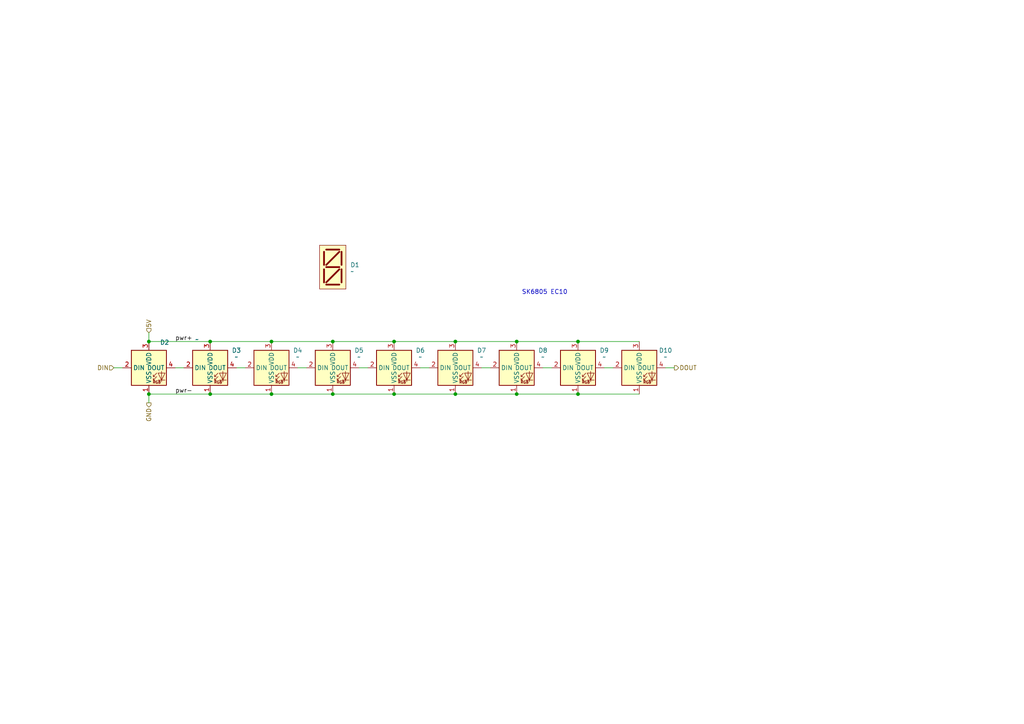
<source format=kicad_sch>
(kicad_sch (version 20231120) (generator "eeschema") (generator_version "8.0")
  (paper "A4")
  (lib_symbols
    (symbol "Custom:9_Segment_PCB"
      (property "Reference" "D" (at 0 7.62 0))
      (symbol "9_Segment_PCB_1_1"
        (rectangle (start -3.81 6.35) (end 3.81 -6.35) (fill (type background)))
        (polyline (pts (xy -2.54 -4.445) (xy -2.54 -0.635)) (stroke (width 0.508)))
        (polyline (pts (xy -2.54 0.635) (xy -2.54 4.445)) (stroke (width 0.508)))
        (polyline (pts (xy -1.905 -5.08) (xy 1.905 -5.08)) (stroke (width 0.508)))
        (polyline (pts (xy -1.905 0) (xy 1.905 0)) (stroke (width 0.508)))
        (polyline (pts (xy -1.905 5.08) (xy 1.905 5.08)) (stroke (width 0.508)))
        (polyline (pts (xy 1.905 -0.635) (xy -1.905 -4.445)) (stroke (width 0.508)))
        (polyline (pts (xy 1.905 4.445) (xy -1.905 0.635)) (stroke (width 0.508)))
        (polyline (pts (xy 2.54 -4.445) (xy 2.54 -0.635)) (stroke (width 0.508)))
        (polyline (pts (xy 2.54 0.635) (xy 2.54 4.445)) (stroke (width 0.508)))
      )
    )
    (symbol "Custom:SK6805-EC10"
      (property "Reference" "D" (at 4.826 6.858 0))
      (symbol "SK6805-EC10_0_0"
        (text "RGB" (at 2.286 -4.191 0) (effects (font (size 0.762 0.762))))
      )
      (symbol "SK6805-EC10_0_1"
        (polyline (pts (xy 1.27 -3.556) (xy 1.778 -3.556)))
        (polyline (pts (xy 1.27 -2.54) (xy 1.778 -2.54)))
        (polyline (pts (xy 4.699 -3.556) (xy 2.667 -3.556)))
        (polyline (pts (xy 2.286 -2.54) (xy 1.27 -3.556) (xy 1.27 -3.048)))
        (polyline (pts (xy 2.286 -1.524) (xy 1.27 -2.54) (xy 1.27 -2.032)))
        (polyline (pts (xy 3.683 -1.016) (xy 3.683 -3.556) (xy 3.683 -4.064)))
        (polyline (pts (xy 4.699 -1.524) (xy 2.667 -1.524) (xy 3.683 -3.556) (xy 4.699 -1.524)))
        (rectangle (start 5.08 5.08) (end -5.08 -5.08) (stroke (width 0.254)) (fill (type background)))
      )
      (symbol "SK6805-EC10_1_1"
        (pin power_in line (at 0 -7.62 90) (length 2.54) (name "VSS") (number "1"))
        (pin input line (at -7.62 0 0) (length 2.54) (name "DIN") (number "2"))
        (pin power_in line (at 0 7.62 270) (length 2.54) (name "VDD") (number "3"))
        (pin output line (at 7.62 0 180) (length 2.54) (name "DOUT") (number "4"))
      )
    )
  )
  (junction (at 132.08 114.3))
  (junction (at 60.96 114.3))
  (junction (at 114.3 114.3))
  (junction (at 167.64 114.3))
  (junction (at 96.52 114.3))
  (junction (at 149.86 114.3))
  (junction (at 132.08 99.06))
  (junction (at 43.18 114.3))
  (junction (at 114.3 99.06))
  (junction (at 43.18 99.06))
  (junction (at 149.86 99.06))
  (junction (at 60.96 99.06))
  (junction (at 78.74 99.06))
  (junction (at 96.52 99.06))
  (junction (at 167.64 99.06))
  (junction (at 78.74 114.3))
  (wire (pts (xy 60.96 114.3) (xy 43.18 114.3)))
  (wire (pts (xy 175.26 106.68) (xy 177.8 106.68)))
  (wire (pts (xy 114.3 99.06) (xy 132.08 99.06)))
  (wire (pts (xy 43.18 99.06) (xy 60.96 99.06)))
  (wire (pts (xy 114.3 114.3) (xy 96.52 114.3)))
  (wire (pts (xy 43.18 96.52) (xy 43.18 99.06)))
  (wire (pts (xy 157.48 106.68) (xy 160.02 106.68)))
  (wire (pts (xy 149.86 99.06) (xy 167.64 99.06)))
  (wire (pts (xy 78.74 99.06) (xy 96.52 99.06)))
  (wire (pts (xy 167.64 99.06) (xy 185.42 99.06)))
  (wire (pts (xy 78.74 114.3) (xy 60.96 114.3)))
  (wire (pts (xy 33.02 106.68) (xy 35.56 106.68)))
  (wire (pts (xy 60.96 99.06) (xy 78.74 99.06)))
  (wire (pts (xy 104.14 106.68) (xy 106.68 106.68)))
  (wire (pts (xy 68.58 106.68) (xy 71.12 106.68)))
  (wire (pts (xy 185.42 114.3) (xy 167.64 114.3)))
  (wire (pts (xy 149.86 114.3) (xy 132.08 114.3)))
  (wire (pts (xy 86.36 106.68) (xy 88.9 106.68)))
  (wire (pts (xy 50.8 106.68) (xy 53.34 106.68)))
  (wire (pts (xy 167.64 114.3) (xy 149.86 114.3)))
  (wire (pts (xy 121.92 106.68) (xy 124.46 106.68)))
  (wire (pts (xy 43.18 114.3) (xy 43.18 116.84)))
  (wire (pts (xy 139.7 106.68) (xy 142.24 106.68)))
  (wire (pts (xy 96.52 99.06) (xy 114.3 99.06)))
  (wire (pts (xy 132.08 99.06) (xy 149.86 99.06)))
  (wire (pts (xy 132.08 114.3) (xy 114.3 114.3)))
  (wire (pts (xy 193.04 106.68) (xy 195.58 106.68)))
  (wire (pts (xy 96.52 114.3) (xy 78.74 114.3)))
  (text "SK6805 EC10" (at 157.988 84.836 0) (effects (font (size 1.27 1.27))))
  (label "pwr+" (at 50.8 99.06 0))
  (label "pwr-" (at 50.8 114.3 0))
  (hierarchical_label "DIN" (shape input) (at 33.02 106.68 180))
  (hierarchical_label "DOUT" (shape output) (at 195.58 106.68 0))
  (hierarchical_label "5V" (shape input) (at 43.18 96.52 90))
  (hierarchical_label "GND" (shape output) (at 43.18 116.84 270))
  (symbol (lib_id "Custom:SK6805-EC10") (at 96.52 106.68 0) (unit 1)
    (property "Reference" "D5" (at 104.14 101.6314 0))
    (property "Value" "~" (at 104.14 103.5365 0))
    (property "Footprint" "customParts:1x1mm SMD RGB LED" (effects (hide yes)))
    (property "Datasheet" "https://cdn-shop.adafruit.com/product-files/5849/SK6805-EC10-000_REV.01_EN.pdf" (effects (hide yes)))
    (property "Description" "1x1mm NeoPixel" (effects (hide yes)))
    (property "MPN" "SK6805-EC10" (effects (hide yes)))
    (property "MFG" "Dongguan" (effects (hide yes)))
  )
  (symbol (lib_id "Custom:SK6805-EC10") (at 78.74 106.68 0) (unit 1)
    (property "Reference" "D4" (at 86.36 101.6314 0))
    (property "Value" "~" (at 86.36 103.5365 0))
    (property "Footprint" "customParts:1x1mm SMD RGB LED" (effects (hide yes)))
    (property "Datasheet" "https://cdn-shop.adafruit.com/product-files/5849/SK6805-EC10-000_REV.01_EN.pdf" (effects (hide yes)))
    (property "Description" "1x1mm NeoPixel" (effects (hide yes)))
    (property "MPN" "SK6805-EC10" (effects (hide yes)))
    (property "MFG" "Dongguan" (effects (hide yes)))
  )
  (symbol (lib_id "Custom:SK6805-EC10") (at 114.3 106.68 0) (unit 1)
    (property "Reference" "D6" (at 121.92 101.6314 0))
    (property "Value" "~" (at 121.92 103.5365 0))
    (property "Footprint" "customParts:1x1mm SMD RGB LED" (effects (hide yes)))
    (property "Datasheet" "https://cdn-shop.adafruit.com/product-files/5849/SK6805-EC10-000_REV.01_EN.pdf" (effects (hide yes)))
    (property "Description" "1x1mm NeoPixel" (effects (hide yes)))
    (property "MPN" "SK6805-EC10" (effects (hide yes)))
    (property "MFG" "Dongguan" (effects (hide yes)))
  )
  (symbol (lib_id "Custom:SK6805-EC10") (at 60.96 106.68 0) (unit 1)
    (property "Reference" "D3" (at 68.58 101.6314 0))
    (property "Value" "~" (at 68.58 103.5365 0))
    (property "Footprint" "customParts:1x1mm SMD RGB LED" (effects (hide yes)))
    (property "Datasheet" "https://cdn-shop.adafruit.com/product-files/5849/SK6805-EC10-000_REV.01_EN.pdf" (effects (hide yes)))
    (property "Description" "1x1mm NeoPixel" (effects (hide yes)))
    (property "MPN" "SK6805-EC10" (effects (hide yes)))
    (property "MFG" "Dongguan" (effects (hide yes)))
  )
  (symbol (lib_id "Custom:SK6805-EC10") (at 43.18 106.68 0) (unit 1)
    (property "Reference" "D2" (at 47.752 99.314 0))
    (property "Value" "~" (at 57.15 98.4565 0))
    (property "Footprint" "customParts:1x1mm SMD RGB LED" (effects (hide yes)))
    (property "Datasheet" "https://cdn-shop.adafruit.com/product-files/5849/SK6805-EC10-000_REV.01_EN.pdf" (effects (hide yes)))
    (property "Description" "1x1mm NeoPixel" (effects (hide yes)))
    (property "MPN" "SK6805-EC10" (effects (hide yes)))
    (property "MFG" "Dongguan" (effects (hide yes)))
  )
  (symbol (lib_id "Custom:SK6805-EC10") (at 132.08 106.68 0) (unit 1)
    (property "Reference" "D7" (at 139.7 101.6314 0))
    (property "Value" "~" (at 139.7 103.5365 0))
    (property "Footprint" "customParts:1x1mm SMD RGB LED" (effects (hide yes)))
    (property "Datasheet" "https://cdn-shop.adafruit.com/product-files/5849/SK6805-EC10-000_REV.01_EN.pdf" (effects (hide yes)))
    (property "Description" "1x1mm NeoPixel" (effects (hide yes)))
    (property "MPN" "SK6805-EC10" (effects (hide yes)))
    (property "MFG" "Dongguan" (effects (hide yes)))
  )
  (symbol (lib_id "Custom:9_Segment_PCB") (at 96.52 77.47 0) (unit 1)
    (property "Reference" "D1" (at 101.6 76.8349 0) (effects (justify left)))
    (property "Value" "~" (at 101.6 78.74 0) (effects (justify left)))
    (property "Footprint" "customParts:9 Segment 38x19x3" (effects (hide yes)))
  )
  (symbol (lib_id "Custom:SK6805-EC10") (at 185.42 106.68 0) (unit 1)
    (property "Reference" "D10" (at 193.04 101.6314 0))
    (property "Value" "~" (at 193.04 103.5365 0))
    (property "Footprint" "customParts:1x1mm SMD RGB LED" (effects (hide yes)))
    (property "Datasheet" "https://cdn-shop.adafruit.com/product-files/5849/SK6805-EC10-000_REV.01_EN.pdf" (effects (hide yes)))
    (property "Description" "1x1mm NeoPixel" (effects (hide yes)))
    (property "MPN" "SK6805-EC10" (effects (hide yes)))
    (property "MFG" "Dongguan" (effects (hide yes)))
  )
  (symbol (lib_id "Custom:SK6805-EC10") (at 149.86 106.68 0) (unit 1)
    (property "Reference" "D8" (at 157.48 101.6314 0))
    (property "Value" "~" (at 157.48 103.5365 0))
    (property "Footprint" "customParts:1x1mm SMD RGB LED" (effects (hide yes)))
    (property "Datasheet" "https://cdn-shop.adafruit.com/product-files/5849/SK6805-EC10-000_REV.01_EN.pdf" (effects (hide yes)))
    (property "Description" "1x1mm NeoPixel" (effects (hide yes)))
    (property "MPN" "SK6805-EC10" (effects (hide yes)))
    (property "MFG" "Dongguan" (effects (hide yes)))
  )
  (symbol (lib_id "Custom:SK6805-EC10") (at 167.64 106.68 0) (unit 1)
    (property "Reference" "D9" (at 175.26 101.6314 0))
    (property "Value" "~" (at 175.26 103.5365 0))
    (property "Footprint" "customParts:1x1mm SMD RGB LED" (effects (hide yes)))
    (property "Datasheet" "https://cdn-shop.adafruit.com/product-files/5849/SK6805-EC10-000_REV.01_EN.pdf" (effects (hide yes)))
    (property "Description" "1x1mm NeoPixel" (effects (hide yes)))
    (property "MPN" "SK6805-EC10" (effects (hide yes)))
    (property "MFG" "Dongguan" (effects (hide yes)))
  )
)
</source>
